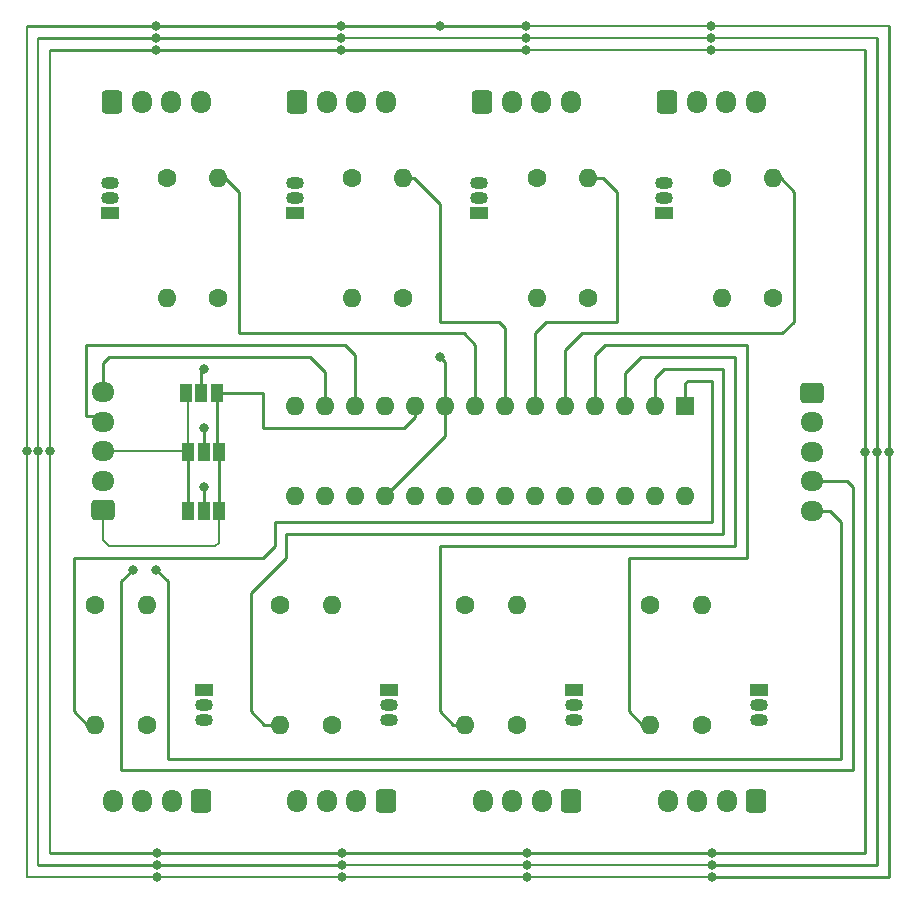
<source format=gbr>
%TF.GenerationSoftware,KiCad,Pcbnew,(6.0.10-0)*%
%TF.CreationDate,2023-02-19T00:01:58-07:00*%
%TF.ProjectId,andyvision_kicad,616e6479-7669-4736-996f-6e5f6b696361,1.0*%
%TF.SameCoordinates,Original*%
%TF.FileFunction,Copper,L1,Top*%
%TF.FilePolarity,Positive*%
%FSLAX46Y46*%
G04 Gerber Fmt 4.6, Leading zero omitted, Abs format (unit mm)*
G04 Created by KiCad (PCBNEW (6.0.10-0)) date 2023-02-19 00:01:58*
%MOMM*%
%LPD*%
G01*
G04 APERTURE LIST*
G04 Aperture macros list*
%AMRoundRect*
0 Rectangle with rounded corners*
0 $1 Rounding radius*
0 $2 $3 $4 $5 $6 $7 $8 $9 X,Y pos of 4 corners*
0 Add a 4 corners polygon primitive as box body*
4,1,4,$2,$3,$4,$5,$6,$7,$8,$9,$2,$3,0*
0 Add four circle primitives for the rounded corners*
1,1,$1+$1,$2,$3*
1,1,$1+$1,$4,$5*
1,1,$1+$1,$6,$7*
1,1,$1+$1,$8,$9*
0 Add four rect primitives between the rounded corners*
20,1,$1+$1,$2,$3,$4,$5,0*
20,1,$1+$1,$4,$5,$6,$7,0*
20,1,$1+$1,$6,$7,$8,$9,0*
20,1,$1+$1,$8,$9,$2,$3,0*%
G04 Aperture macros list end*
%TA.AperFunction,ComponentPad*%
%ADD10C,1.600000*%
%TD*%
%TA.AperFunction,ComponentPad*%
%ADD11O,1.600000X1.600000*%
%TD*%
%TA.AperFunction,ComponentPad*%
%ADD12RoundRect,0.250000X0.725000X-0.600000X0.725000X0.600000X-0.725000X0.600000X-0.725000X-0.600000X0*%
%TD*%
%TA.AperFunction,ComponentPad*%
%ADD13O,1.950000X1.700000*%
%TD*%
%TA.AperFunction,ComponentPad*%
%ADD14RoundRect,0.250000X0.600000X0.725000X-0.600000X0.725000X-0.600000X-0.725000X0.600000X-0.725000X0*%
%TD*%
%TA.AperFunction,ComponentPad*%
%ADD15O,1.700000X1.950000*%
%TD*%
%TA.AperFunction,ComponentPad*%
%ADD16R,1.500000X1.050000*%
%TD*%
%TA.AperFunction,ComponentPad*%
%ADD17O,1.500000X1.050000*%
%TD*%
%TA.AperFunction,SMDPad,CuDef*%
%ADD18R,1.000000X1.500000*%
%TD*%
%TA.AperFunction,ComponentPad*%
%ADD19RoundRect,0.250000X-0.600000X-0.725000X0.600000X-0.725000X0.600000X0.725000X-0.600000X0.725000X0*%
%TD*%
%TA.AperFunction,ComponentPad*%
%ADD20R,1.600000X1.600000*%
%TD*%
%TA.AperFunction,ComponentPad*%
%ADD21RoundRect,0.250000X-0.725000X0.600000X-0.725000X-0.600000X0.725000X-0.600000X0.725000X0.600000X0*%
%TD*%
%TA.AperFunction,ViaPad*%
%ADD22C,0.800000*%
%TD*%
%TA.AperFunction,Conductor*%
%ADD23C,0.250000*%
%TD*%
%TA.AperFunction,Conductor*%
%ADD24C,0.200000*%
%TD*%
G04 APERTURE END LIST*
D10*
%TO.P,R12,1*%
%TO.N,Net-(Q6-Pad2)*%
X150490000Y-117110000D03*
D11*
%TO.P,R12,2*%
%TO.N,/daisy/JPB15/DIG OUT*%
X150490000Y-106950000D03*
%TD*%
D10*
%TO.P,R16,1*%
%TO.N,Net-(Q8-Pad2)*%
X119170000Y-117110000D03*
D11*
%TO.P,R16,2*%
%TO.N,/daisy/JPB16/DIG OUT*%
X119170000Y-106950000D03*
%TD*%
D10*
%TO.P,R6,1*%
%TO.N,Net-(Q3-Pad2)*%
X152190000Y-70840000D03*
D11*
%TO.P,R6,2*%
%TO.N,/daisy/JPB12/DIG OUT*%
X152190000Y-81000000D03*
%TD*%
D10*
%TO.P,R11,1*%
%TO.N,GND*%
X146160000Y-106950000D03*
D11*
%TO.P,R11,2*%
%TO.N,/daisy/JPB15/DIG IN*%
X146160000Y-117110000D03*
%TD*%
D12*
%TO.P,J2,1,Pin_1*%
%TO.N,GND*%
X115475000Y-98975000D03*
D13*
%TO.P,J2,2,Pin_2*%
%TO.N,+12V*%
X115475000Y-96475000D03*
%TO.P,J2,3,Pin_3*%
%TO.N,+5V*%
X115475000Y-93975000D03*
%TO.P,J2,4,Pin_4*%
%TO.N,/daisy/SCL*%
X115475000Y-91475000D03*
%TO.P,J2,5,Pin_5*%
%TO.N,/daisy/SDA*%
X115475000Y-88975000D03*
%TD*%
D14*
%TO.P,J9,1,Pin_1*%
%TO.N,Net-(J9-Pad1)*%
X139435000Y-123555000D03*
D15*
%TO.P,J9,2,Pin_2*%
%TO.N,/daisy/JPB13/DIG IN*%
X136935000Y-123555000D03*
%TO.P,J9,3,Pin_3*%
%TO.N,+5V*%
X134435000Y-123555000D03*
%TO.P,J9,4,Pin_4*%
%TO.N,+12V*%
X131935000Y-123555000D03*
%TD*%
D10*
%TO.P,R13,1*%
%TO.N,GND*%
X130485000Y-106950000D03*
D11*
%TO.P,R13,2*%
%TO.N,/daisy/JPB13/DIG IN*%
X130485000Y-117110000D03*
%TD*%
D16*
%TO.P,Q4,1,E*%
%TO.N,GND*%
X163010000Y-73790000D03*
D17*
%TO.P,Q4,2,B*%
%TO.N,Net-(Q4-Pad2)*%
X163010000Y-72520000D03*
%TO.P,Q4,3,C*%
%TO.N,Net-(J6-Pad1)*%
X163010000Y-71250000D03*
%TD*%
D18*
%TO.P,A0,1,A*%
%TO.N,GND*%
X125300000Y-99025000D03*
%TO.P,A0,2,C*%
%TO.N,Net-(JP3-Pad2)*%
X124000000Y-99025000D03*
%TO.P,A0,3,B*%
%TO.N,+5V*%
X122700000Y-99025000D03*
%TD*%
D19*
%TO.P,J4,1,Pin_1*%
%TO.N,Net-(J4-Pad1)*%
X131910000Y-64395000D03*
D15*
%TO.P,J4,2,Pin_2*%
%TO.N,/daisy/JPB10/DIG IN*%
X134410000Y-64395000D03*
%TO.P,J4,3,Pin_3*%
%TO.N,+5V*%
X136910000Y-64395000D03*
%TO.P,J4,4,Pin_4*%
%TO.N,+12V*%
X139410000Y-64395000D03*
%TD*%
D18*
%TO.P,A1,1,A*%
%TO.N,GND*%
X125300000Y-94025000D03*
%TO.P,A1,2,C*%
%TO.N,Net-(JP2-Pad2)*%
X124000000Y-94025000D03*
%TO.P,A1,3,B*%
%TO.N,+5V*%
X122700000Y-94025000D03*
%TD*%
D10*
%TO.P,R4,1*%
%TO.N,Net-(Q2-Pad2)*%
X136530000Y-70840000D03*
D11*
%TO.P,R4,2*%
%TO.N,/daisy/JPB10/DIG OUT*%
X136530000Y-81000000D03*
%TD*%
D16*
%TO.P,Q7,1,E*%
%TO.N,GND*%
X139685000Y-114160000D03*
D17*
%TO.P,Q7,2,B*%
%TO.N,Net-(Q7-Pad2)*%
X139685000Y-115430000D03*
%TO.P,Q7,3,C*%
%TO.N,Net-(J9-Pad1)*%
X139685000Y-116700000D03*
%TD*%
D10*
%TO.P,R8,1*%
%TO.N,Net-(Q4-Pad2)*%
X167850000Y-70840000D03*
D11*
%TO.P,R8,2*%
%TO.N,/daisy/JPB11/DIG OUT*%
X167850000Y-81000000D03*
%TD*%
D16*
%TO.P,Q6,1,E*%
%TO.N,GND*%
X155330000Y-114160000D03*
D17*
%TO.P,Q6,2,B*%
%TO.N,Net-(Q6-Pad2)*%
X155330000Y-115430000D03*
%TO.P,Q6,3,C*%
%TO.N,Net-(J8-Pad1)*%
X155330000Y-116700000D03*
%TD*%
D10*
%TO.P,R7,1*%
%TO.N,GND*%
X172180000Y-81000000D03*
D11*
%TO.P,R7,2*%
%TO.N,/daisy/JPB11/DIG IN*%
X172180000Y-70840000D03*
%TD*%
D16*
%TO.P,Q3,1,E*%
%TO.N,GND*%
X147350000Y-73790000D03*
D17*
%TO.P,Q3,2,B*%
%TO.N,Net-(Q3-Pad2)*%
X147350000Y-72520000D03*
%TO.P,Q3,3,C*%
%TO.N,Net-(J5-Pad1)*%
X147350000Y-71250000D03*
%TD*%
D16*
%TO.P,Q5,1,E*%
%TO.N,GND*%
X170990000Y-114160000D03*
D17*
%TO.P,Q5,2,B*%
%TO.N,Net-(Q5-Pad2)*%
X170990000Y-115430000D03*
%TO.P,Q5,3,C*%
%TO.N,Net-(J7-Pad1)*%
X170990000Y-116700000D03*
%TD*%
D14*
%TO.P,J8,1,Pin_1*%
%TO.N,Net-(J8-Pad1)*%
X155110000Y-123555000D03*
D15*
%TO.P,J8,2,Pin_2*%
%TO.N,/daisy/JPB15/DIG IN*%
X152610000Y-123555000D03*
%TO.P,J8,3,Pin_3*%
%TO.N,+5V*%
X150110000Y-123555000D03*
%TO.P,J8,4,Pin_4*%
%TO.N,+12V*%
X147610000Y-123555000D03*
%TD*%
D19*
%TO.P,J5,1,Pin_1*%
%TO.N,Net-(J5-Pad1)*%
X147570000Y-64395000D03*
D15*
%TO.P,J5,2,Pin_2*%
%TO.N,/daisy/JPB12/DIG IN*%
X150070000Y-64395000D03*
%TO.P,J5,3,Pin_3*%
%TO.N,+5V*%
X152570000Y-64395000D03*
%TO.P,J5,4,Pin_4*%
%TO.N,+12V*%
X155070000Y-64395000D03*
%TD*%
D14*
%TO.P,J10,1,Pin_1*%
%TO.N,Net-(J10-Pad1)*%
X123790000Y-123555000D03*
D15*
%TO.P,J10,2,Pin_2*%
%TO.N,/daisy/JPB16/DIG IN*%
X121290000Y-123555000D03*
%TO.P,J10,3,Pin_3*%
%TO.N,+5V*%
X118790000Y-123555000D03*
%TO.P,J10,4,Pin_4*%
%TO.N,+12V*%
X116290000Y-123555000D03*
%TD*%
D16*
%TO.P,Q1,1,E*%
%TO.N,GND*%
X116030000Y-73790000D03*
D17*
%TO.P,Q1,2,B*%
%TO.N,Net-(Q1-Pad2)*%
X116030000Y-72520000D03*
%TO.P,Q1,3,C*%
%TO.N,Net-(J3-Pad1)*%
X116030000Y-71250000D03*
%TD*%
D16*
%TO.P,Q2,1,E*%
%TO.N,GND*%
X131690000Y-73790000D03*
D17*
%TO.P,Q2,2,B*%
%TO.N,Net-(Q2-Pad2)*%
X131690000Y-72520000D03*
%TO.P,Q2,3,C*%
%TO.N,Net-(J4-Pad1)*%
X131690000Y-71250000D03*
%TD*%
D10*
%TO.P,R9,1*%
%TO.N,GND*%
X161820000Y-106950000D03*
D11*
%TO.P,R9,2*%
%TO.N,/daisy/JPB14/DIG IN*%
X161820000Y-117110000D03*
%TD*%
D20*
%TO.P,U1,1,GPB0*%
%TO.N,/daisy/JPB16/DIG IN*%
X164772500Y-90175000D03*
D11*
%TO.P,U1,2,GPB1*%
%TO.N,/daisy/JPB13/DIG IN*%
X162232500Y-90175000D03*
%TO.P,U1,3,GPB2*%
%TO.N,/daisy/JPB15/DIG IN*%
X159692500Y-90175000D03*
%TO.P,U1,4,GPB3*%
%TO.N,/daisy/JPB14/DIG IN*%
X157152500Y-90175000D03*
%TO.P,U1,5,GPB4*%
%TO.N,/daisy/JPB11/DIG IN*%
X154612500Y-90175000D03*
%TO.P,U1,6,GPB5*%
%TO.N,/daisy/JPB12/DIG IN*%
X152072500Y-90175000D03*
%TO.P,U1,7,GPB6*%
%TO.N,/daisy/JPB10/DIG IN*%
X149532500Y-90175000D03*
%TO.P,U1,8,GPB7*%
%TO.N,/daisy/JPB9/DIG IN*%
X146992500Y-90175000D03*
%TO.P,U1,9,VDD*%
%TO.N,+5V*%
X144452500Y-90175000D03*
%TO.P,U1,10,VSS*%
%TO.N,GND*%
X141912500Y-90175000D03*
%TO.P,U1,11,NC*%
%TO.N,unconnected-(U1-Pad11)*%
X139372500Y-90175000D03*
%TO.P,U1,12,SCK*%
%TO.N,/daisy/SCL*%
X136832500Y-90175000D03*
%TO.P,U1,13,SDA*%
%TO.N,/daisy/SDA*%
X134292500Y-90175000D03*
%TO.P,U1,14,NC*%
%TO.N,unconnected-(U1-Pad14)*%
X131752500Y-90175000D03*
%TO.P,U1,15,A0*%
%TO.N,Net-(JP3-Pad2)*%
X131752500Y-97795000D03*
%TO.P,U1,16,A1*%
%TO.N,Net-(JP2-Pad2)*%
X134292500Y-97795000D03*
%TO.P,U1,17,A2*%
%TO.N,Net-(JP1-Pad2)*%
X136832500Y-97795000D03*
%TO.P,U1,18,~{RESET}*%
%TO.N,+5V*%
X139372500Y-97795000D03*
%TO.P,U1,19,INTB*%
%TO.N,unconnected-(U1-Pad19)*%
X141912500Y-97795000D03*
%TO.P,U1,20,INTA*%
%TO.N,unconnected-(U1-Pad20)*%
X144452500Y-97795000D03*
%TO.P,U1,21,GPA0*%
%TO.N,/daisy/JPB16/DIG OUT*%
X146992500Y-97795000D03*
%TO.P,U1,22,GPA1*%
%TO.N,/daisy/JPB13/DIG OUT*%
X149532500Y-97795000D03*
%TO.P,U1,23,GPA2*%
%TO.N,/daisy/JPB15/DIG OUT*%
X152072500Y-97795000D03*
%TO.P,U1,24,GPA3*%
%TO.N,/daisy/JPB14/DIG OUT*%
X154612500Y-97795000D03*
%TO.P,U1,25,GPA4*%
%TO.N,/daisy/JPB11/DIG OUT*%
X157152500Y-97795000D03*
%TO.P,U1,26,GPA5*%
%TO.N,/daisy/JPB12/DIG OUT*%
X159692500Y-97795000D03*
%TO.P,U1,27,GPA6*%
%TO.N,/daisy/JPB10/DIG OUT*%
X162232500Y-97795000D03*
%TO.P,U1,28,GPA7*%
%TO.N,/daisy/JPB9/DIG OUT*%
X164772500Y-97795000D03*
%TD*%
D10*
%TO.P,R2,1*%
%TO.N,Net-(Q1-Pad2)*%
X120870000Y-70840000D03*
D11*
%TO.P,R2,2*%
%TO.N,/daisy/JPB9/DIG OUT*%
X120870000Y-81000000D03*
%TD*%
D16*
%TO.P,Q8,1,E*%
%TO.N,GND*%
X124010000Y-114160000D03*
D17*
%TO.P,Q8,2,B*%
%TO.N,Net-(Q8-Pad2)*%
X124010000Y-115430000D03*
%TO.P,Q8,3,C*%
%TO.N,Net-(J10-Pad1)*%
X124010000Y-116700000D03*
%TD*%
D10*
%TO.P,R3,1*%
%TO.N,GND*%
X140860000Y-81000000D03*
D11*
%TO.P,R3,2*%
%TO.N,/daisy/JPB10/DIG IN*%
X140860000Y-70840000D03*
%TD*%
D10*
%TO.P,R1,1*%
%TO.N,GND*%
X125200000Y-81000000D03*
D11*
%TO.P,R1,2*%
%TO.N,/daisy/JPB9/DIG IN*%
X125200000Y-70840000D03*
%TD*%
D19*
%TO.P,J6,1,Pin_1*%
%TO.N,Net-(J6-Pad1)*%
X163230000Y-64395000D03*
D15*
%TO.P,J6,2,Pin_2*%
%TO.N,/daisy/JPB11/DIG IN*%
X165730000Y-64395000D03*
%TO.P,J6,3,Pin_3*%
%TO.N,+5V*%
X168230000Y-64395000D03*
%TO.P,J6,4,Pin_4*%
%TO.N,+12V*%
X170730000Y-64395000D03*
%TD*%
D10*
%TO.P,R10,1*%
%TO.N,Net-(Q5-Pad2)*%
X166150000Y-117110000D03*
D11*
%TO.P,R10,2*%
%TO.N,/daisy/JPB14/DIG OUT*%
X166150000Y-106950000D03*
%TD*%
D21*
%TO.P,J1,1,Pin_1*%
%TO.N,GND*%
X175525000Y-89000000D03*
D13*
%TO.P,J1,2,Pin_2*%
%TO.N,+12V*%
X175525000Y-91500000D03*
%TO.P,J1,3,Pin_3*%
%TO.N,+5V*%
X175525000Y-94000000D03*
%TO.P,J1,4,Pin_4*%
%TO.N,/daisy/SCL*%
X175525000Y-96500000D03*
%TO.P,J1,5,Pin_5*%
%TO.N,/daisy/SDA*%
X175525000Y-99000000D03*
%TD*%
D19*
%TO.P,J3,1,Pin_1*%
%TO.N,Net-(J3-Pad1)*%
X116250000Y-64395000D03*
D15*
%TO.P,J3,2,Pin_2*%
%TO.N,/daisy/JPB9/DIG IN*%
X118750000Y-64395000D03*
%TO.P,J3,3,Pin_3*%
%TO.N,+5V*%
X121250000Y-64395000D03*
%TO.P,J3,4,Pin_4*%
%TO.N,+12V*%
X123750000Y-64395000D03*
%TD*%
D10*
%TO.P,R15,1*%
%TO.N,GND*%
X114840000Y-106950000D03*
D11*
%TO.P,R15,2*%
%TO.N,/daisy/JPB16/DIG IN*%
X114840000Y-117110000D03*
%TD*%
D18*
%TO.P,A2,1,A*%
%TO.N,GND*%
X125100000Y-89025000D03*
%TO.P,A2,2,C*%
%TO.N,Net-(JP1-Pad2)*%
X123800000Y-89025000D03*
%TO.P,A2,3,B*%
%TO.N,+5V*%
X122500000Y-89025000D03*
%TD*%
D14*
%TO.P,J7,1,Pin_1*%
%TO.N,Net-(J7-Pad1)*%
X170770000Y-123555000D03*
D15*
%TO.P,J7,2,Pin_2*%
%TO.N,/daisy/JPB14/DIG IN*%
X168270000Y-123555000D03*
%TO.P,J7,3,Pin_3*%
%TO.N,+5V*%
X165770000Y-123555000D03*
%TO.P,J7,4,Pin_4*%
%TO.N,+12V*%
X163270000Y-123555000D03*
%TD*%
D10*
%TO.P,R5,1*%
%TO.N,GND*%
X156520000Y-81000000D03*
D11*
%TO.P,R5,2*%
%TO.N,/daisy/JPB12/DIG IN*%
X156520000Y-70840000D03*
%TD*%
D10*
%TO.P,R14,1*%
%TO.N,Net-(Q7-Pad2)*%
X134830000Y-117110000D03*
D11*
%TO.P,R14,2*%
%TO.N,/daisy/JPB13/DIG OUT*%
X134830000Y-106950000D03*
%TD*%
D22*
%TO.N,GND*%
X166980000Y-60000000D03*
X180000000Y-94000000D03*
X135660000Y-60000000D03*
X111000000Y-93975000D03*
X151320000Y-60000000D03*
X120040000Y-128000000D03*
X167020000Y-128000000D03*
X120000000Y-60000000D03*
X151360000Y-128000000D03*
X135685000Y-128000000D03*
%TO.N,+5V*%
X109000000Y-93975000D03*
X166980000Y-58000000D03*
X135685000Y-130000000D03*
X135660000Y-58000000D03*
X120000000Y-58000000D03*
X182000000Y-94000000D03*
X120040000Y-130000000D03*
X151320000Y-58000000D03*
X167020000Y-130000000D03*
X151360000Y-130000000D03*
X144000000Y-86000000D03*
X144000000Y-58000000D03*
%TO.N,+12V*%
X135660000Y-59000000D03*
X167020000Y-129000000D03*
X181000000Y-94000000D03*
X151320000Y-59000000D03*
X120040000Y-129000000D03*
X110000000Y-93975000D03*
X151360000Y-129000000D03*
X135685000Y-129000000D03*
X120000000Y-59000000D03*
X166980000Y-59000000D03*
%TO.N,Net-(JP1-Pad2)*%
X124000000Y-87000000D03*
%TO.N,Net-(JP2-Pad2)*%
X124000000Y-92000000D03*
%TO.N,/daisy/SCL*%
X118000000Y-104000000D03*
%TO.N,/daisy/SDA*%
X120000000Y-104000000D03*
%TO.N,Net-(JP3-Pad2)*%
X124000000Y-97000000D03*
%TD*%
D23*
%TO.N,GND*%
X125100000Y-89025000D02*
X128975000Y-89025000D01*
X125100000Y-89025000D02*
X125100000Y-93825000D01*
D24*
X151320000Y-60000000D02*
X166980000Y-60000000D01*
D23*
X180000000Y-94000000D02*
X180000000Y-128000000D01*
X141000000Y-92000000D02*
X141912500Y-91087500D01*
X151360000Y-128000000D02*
X167020000Y-128000000D01*
X141912500Y-91087500D02*
X141912500Y-90175000D01*
X180000000Y-128000000D02*
X167020000Y-128000000D01*
X129000000Y-92000000D02*
X141000000Y-92000000D01*
X120040000Y-128000000D02*
X111000000Y-128000000D01*
X125100000Y-93825000D02*
X125300000Y-94025000D01*
X128975000Y-89025000D02*
X129000000Y-89000000D01*
D24*
X125300000Y-101700000D02*
X125300000Y-99025000D01*
D23*
X125300000Y-94025000D02*
X125300000Y-99025000D01*
X120040000Y-128000000D02*
X135685000Y-128000000D01*
X120000000Y-60000000D02*
X135660000Y-60000000D01*
D24*
X125000000Y-102000000D02*
X125300000Y-101700000D01*
D23*
X120000000Y-60000000D02*
X111000000Y-60000000D01*
D24*
X115475000Y-98975000D02*
X115475000Y-101475000D01*
X115475000Y-101475000D02*
X116000000Y-102000000D01*
X111000000Y-60000000D02*
X111000000Y-128000000D01*
D23*
X135685000Y-128000000D02*
X151360000Y-128000000D01*
X180000000Y-94000000D02*
X180000000Y-60000000D01*
D24*
X166980000Y-60000000D02*
X180000000Y-60000000D01*
D23*
X129000000Y-89000000D02*
X129000000Y-92000000D01*
D24*
X116000000Y-102000000D02*
X125000000Y-102000000D01*
D23*
X135660000Y-60000000D02*
X151320000Y-60000000D01*
D24*
%TO.N,+5V*%
X122700000Y-94025000D02*
X122700000Y-89225000D01*
D23*
X144452500Y-92715000D02*
X139372500Y-97795000D01*
X122700000Y-99025000D02*
X122700000Y-94025000D01*
X144000000Y-58000000D02*
X151320000Y-58000000D01*
D24*
X115475000Y-93975000D02*
X122650000Y-93975000D01*
D23*
X120000000Y-58000000D02*
X109000000Y-58000000D01*
X144452500Y-86452500D02*
X144000000Y-86000000D01*
D24*
X151360000Y-130000000D02*
X167020000Y-130000000D01*
X151320000Y-58000000D02*
X166980000Y-58000000D01*
X135685000Y-130000000D02*
X151360000Y-130000000D01*
X120040000Y-130000000D02*
X109000000Y-130000000D01*
X120040000Y-130000000D02*
X135685000Y-130000000D01*
X122700000Y-89225000D02*
X122500000Y-89025000D01*
X122650000Y-93975000D02*
X122700000Y-94025000D01*
X166980000Y-58000000D02*
X182000000Y-58000000D01*
D23*
X135660000Y-58000000D02*
X144000000Y-58000000D01*
X182000000Y-130000000D02*
X167020000Y-130000000D01*
D24*
X109000000Y-58000000D02*
X109000000Y-130000000D01*
D23*
X182000000Y-94000000D02*
X182000000Y-58000000D01*
X120000000Y-58000000D02*
X135660000Y-58000000D01*
X144452500Y-90175000D02*
X144452500Y-86452500D01*
X144452500Y-90175000D02*
X144452500Y-92715000D01*
X182000000Y-94000000D02*
X182000000Y-130000000D01*
%TO.N,+12V*%
X120040000Y-129000000D02*
X135685000Y-129000000D01*
D24*
X151320000Y-59000000D02*
X166980000Y-59000000D01*
X110000000Y-129000000D02*
X110000000Y-59000000D01*
D23*
X120000000Y-59000000D02*
X110000000Y-59000000D01*
D24*
X135660000Y-59000000D02*
X151320000Y-59000000D01*
D23*
X181000000Y-94000000D02*
X181000000Y-129000000D01*
D24*
X151360000Y-129000000D02*
X167020000Y-129000000D01*
D23*
X120040000Y-129000000D02*
X110000000Y-129000000D01*
X120000000Y-59000000D02*
X135660000Y-59000000D01*
X181000000Y-94000000D02*
X181000000Y-59000000D01*
X181000000Y-129000000D02*
X167020000Y-129000000D01*
D24*
X135685000Y-129000000D02*
X151360000Y-129000000D01*
X166980000Y-59000000D02*
X181000000Y-59000000D01*
D23*
%TO.N,Net-(JP1-Pad2)*%
X123800000Y-89025000D02*
X123800000Y-87200000D01*
X123800000Y-87200000D02*
X124000000Y-87000000D01*
%TO.N,Net-(JP2-Pad2)*%
X124000000Y-94025000D02*
X124000000Y-92000000D01*
%TO.N,/daisy/SCL*%
X178500000Y-96500000D02*
X175525000Y-96500000D01*
X136000000Y-85000000D02*
X136832500Y-85832500D01*
X114000000Y-85000000D02*
X136000000Y-85000000D01*
X117000000Y-105000000D02*
X117000000Y-121000000D01*
X118000000Y-104000000D02*
X117000000Y-105000000D01*
X136832500Y-85832500D02*
X136832500Y-90175000D01*
X114000000Y-91000000D02*
X114000000Y-85000000D01*
X115000000Y-91000000D02*
X114000000Y-91000000D01*
X117000000Y-121000000D02*
X179000000Y-121000000D01*
X179000000Y-97000000D02*
X178500000Y-96500000D01*
X115475000Y-91475000D02*
X115000000Y-91000000D01*
X179000000Y-121000000D02*
X179000000Y-97000000D01*
%TO.N,/daisy/SDA*%
X178000000Y-100000000D02*
X177000000Y-99000000D01*
X133000000Y-86000000D02*
X134292500Y-87292500D01*
X177000000Y-99000000D02*
X175525000Y-99000000D01*
X121000000Y-120000000D02*
X178000000Y-120000000D01*
X115475000Y-88975000D02*
X115475000Y-86525000D01*
X116000000Y-86000000D02*
X133000000Y-86000000D01*
X178000000Y-120000000D02*
X178000000Y-100000000D01*
X121000000Y-105000000D02*
X121000000Y-120000000D01*
X120000000Y-104000000D02*
X121000000Y-105000000D01*
X134292500Y-87292500D02*
X134292500Y-90175000D01*
X115475000Y-86525000D02*
X116000000Y-86000000D01*
%TO.N,/daisy/JPB9/DIG IN*%
X125200000Y-70840000D02*
X125840000Y-70840000D01*
X127000000Y-84000000D02*
X146000000Y-84000000D01*
X146000000Y-84000000D02*
X146992500Y-84992500D01*
X127000000Y-72000000D02*
X127000000Y-84000000D01*
X146992500Y-84992500D02*
X146992500Y-90175000D01*
X125840000Y-70840000D02*
X127000000Y-72000000D01*
%TO.N,/daisy/JPB10/DIG IN*%
X149532500Y-83532500D02*
X149532500Y-90175000D01*
X140860000Y-70840000D02*
X141840000Y-70840000D01*
X144000000Y-73000000D02*
X144000000Y-83000000D01*
X141840000Y-70840000D02*
X144000000Y-73000000D01*
X144000000Y-83000000D02*
X149000000Y-83000000D01*
X149000000Y-83000000D02*
X149532500Y-83532500D01*
%TO.N,/daisy/JPB12/DIG IN*%
X156520000Y-70840000D02*
X157840000Y-70840000D01*
X153000000Y-83000000D02*
X152072500Y-83927500D01*
X157840000Y-70840000D02*
X159000000Y-72000000D01*
X159000000Y-72000000D02*
X159000000Y-83000000D01*
X159000000Y-83000000D02*
X153000000Y-83000000D01*
X152072500Y-83927500D02*
X152072500Y-90175000D01*
%TO.N,/daisy/JPB11/DIG IN*%
X156000000Y-84000000D02*
X154612500Y-85387500D01*
X174000000Y-83000000D02*
X173000000Y-84000000D01*
X172840000Y-70840000D02*
X174000000Y-72000000D01*
X173000000Y-84000000D02*
X156000000Y-84000000D01*
X154612500Y-85387500D02*
X154612500Y-90175000D01*
X172180000Y-70840000D02*
X172840000Y-70840000D01*
X174000000Y-72000000D02*
X174000000Y-83000000D01*
%TO.N,/daisy/JPB14/DIG IN*%
X160000000Y-116000000D02*
X160000000Y-103000000D01*
X160000000Y-103000000D02*
X170000000Y-103000000D01*
X161820000Y-117110000D02*
X161110000Y-117110000D01*
X170000000Y-103000000D02*
X170000000Y-85000000D01*
X158000000Y-85000000D02*
X157152500Y-85847500D01*
X161110000Y-117110000D02*
X160000000Y-116000000D01*
X157152500Y-85847500D02*
X157152500Y-90175000D01*
X170000000Y-85000000D02*
X158000000Y-85000000D01*
%TO.N,/daisy/JPB15/DIG IN*%
X144000000Y-116000000D02*
X144000000Y-102000000D01*
X169000000Y-102000000D02*
X169000000Y-86000000D01*
X145110000Y-117110000D02*
X144000000Y-116000000D01*
X169000000Y-86000000D02*
X161000000Y-86000000D01*
X159692500Y-87307500D02*
X159692500Y-90175000D01*
X146160000Y-117110000D02*
X145110000Y-117110000D01*
X144000000Y-102000000D02*
X169000000Y-102000000D01*
X161000000Y-86000000D02*
X159692500Y-87307500D01*
%TO.N,/daisy/JPB13/DIG IN*%
X168000000Y-87000000D02*
X163000000Y-87000000D01*
X168000000Y-101000000D02*
X168000000Y-87000000D01*
X128000000Y-116000000D02*
X128000000Y-106000000D01*
X130485000Y-117110000D02*
X129110000Y-117110000D01*
X129110000Y-117110000D02*
X128000000Y-116000000D01*
X162232500Y-87767500D02*
X162232500Y-90175000D01*
X128000000Y-106000000D02*
X131000000Y-103000000D01*
X131000000Y-103000000D02*
X131000000Y-101000000D01*
X163000000Y-87000000D02*
X162232500Y-87767500D01*
X131000000Y-101000000D02*
X168000000Y-101000000D01*
%TO.N,/daisy/JPB16/DIG IN*%
X167000000Y-88000000D02*
X167000000Y-100000000D01*
X165000000Y-88000000D02*
X167000000Y-88000000D01*
X167000000Y-100000000D02*
X130000000Y-100000000D01*
X164772500Y-88227500D02*
X165000000Y-88000000D01*
X113000000Y-103000000D02*
X113000000Y-116000000D01*
X114110000Y-117110000D02*
X114840000Y-117110000D01*
X164772500Y-90175000D02*
X164772500Y-88227500D01*
X130000000Y-102000000D02*
X129000000Y-103000000D01*
X130000000Y-100000000D02*
X130000000Y-102000000D01*
X129000000Y-103000000D02*
X113000000Y-103000000D01*
X113000000Y-116000000D02*
X114110000Y-117110000D01*
%TO.N,Net-(JP3-Pad2)*%
X124000000Y-99025000D02*
X124000000Y-97000000D01*
%TD*%
M02*

</source>
